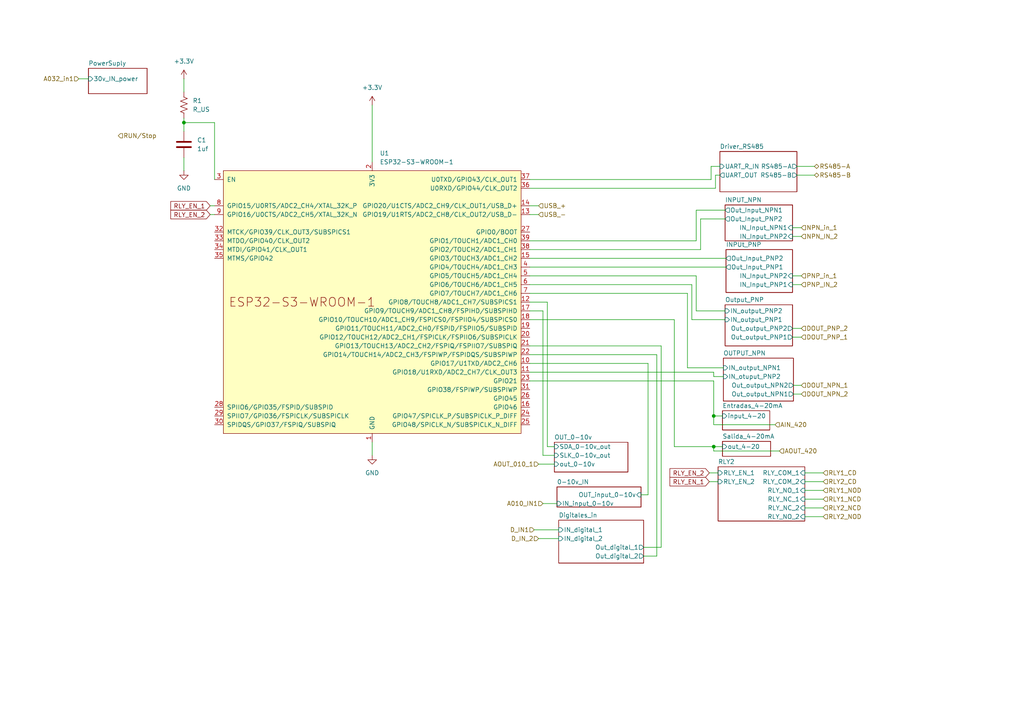
<source format=kicad_sch>
(kicad_sch
	(version 20250114)
	(generator "eeschema")
	(generator_version "9.0")
	(uuid "f979e933-804d-40be-b10f-ee25f17cf887")
	(paper "A4")
	(lib_symbols
		(symbol "Device:C"
			(pin_numbers
				(hide yes)
			)
			(pin_names
				(offset 0.254)
			)
			(exclude_from_sim no)
			(in_bom yes)
			(on_board yes)
			(property "Reference" "C"
				(at 0.635 2.54 0)
				(effects
					(font
						(size 1.27 1.27)
					)
					(justify left)
				)
			)
			(property "Value" "C"
				(at 0.635 -2.54 0)
				(effects
					(font
						(size 1.27 1.27)
					)
					(justify left)
				)
			)
			(property "Footprint" ""
				(at 0.9652 -3.81 0)
				(effects
					(font
						(size 1.27 1.27)
					)
					(hide yes)
				)
			)
			(property "Datasheet" "~"
				(at 0 0 0)
				(effects
					(font
						(size 1.27 1.27)
					)
					(hide yes)
				)
			)
			(property "Description" "Unpolarized capacitor"
				(at 0 0 0)
				(effects
					(font
						(size 1.27 1.27)
					)
					(hide yes)
				)
			)
			(property "ki_keywords" "cap capacitor"
				(at 0 0 0)
				(effects
					(font
						(size 1.27 1.27)
					)
					(hide yes)
				)
			)
			(property "ki_fp_filters" "C_*"
				(at 0 0 0)
				(effects
					(font
						(size 1.27 1.27)
					)
					(hide yes)
				)
			)
			(symbol "C_0_1"
				(polyline
					(pts
						(xy -2.032 0.762) (xy 2.032 0.762)
					)
					(stroke
						(width 0.508)
						(type default)
					)
					(fill
						(type none)
					)
				)
				(polyline
					(pts
						(xy -2.032 -0.762) (xy 2.032 -0.762)
					)
					(stroke
						(width 0.508)
						(type default)
					)
					(fill
						(type none)
					)
				)
			)
			(symbol "C_1_1"
				(pin passive line
					(at 0 3.81 270)
					(length 2.794)
					(name "~"
						(effects
							(font
								(size 1.27 1.27)
							)
						)
					)
					(number "1"
						(effects
							(font
								(size 1.27 1.27)
							)
						)
					)
				)
				(pin passive line
					(at 0 -3.81 90)
					(length 2.794)
					(name "~"
						(effects
							(font
								(size 1.27 1.27)
							)
						)
					)
					(number "2"
						(effects
							(font
								(size 1.27 1.27)
							)
						)
					)
				)
			)
			(embedded_fonts no)
		)
		(symbol "Device:R_US"
			(pin_numbers
				(hide yes)
			)
			(pin_names
				(offset 0)
			)
			(exclude_from_sim no)
			(in_bom yes)
			(on_board yes)
			(property "Reference" "R"
				(at 2.54 0 90)
				(effects
					(font
						(size 1.27 1.27)
					)
				)
			)
			(property "Value" "R_US"
				(at -2.54 0 90)
				(effects
					(font
						(size 1.27 1.27)
					)
				)
			)
			(property "Footprint" ""
				(at 1.016 -0.254 90)
				(effects
					(font
						(size 1.27 1.27)
					)
					(hide yes)
				)
			)
			(property "Datasheet" "~"
				(at 0 0 0)
				(effects
					(font
						(size 1.27 1.27)
					)
					(hide yes)
				)
			)
			(property "Description" "Resistor, US symbol"
				(at 0 0 0)
				(effects
					(font
						(size 1.27 1.27)
					)
					(hide yes)
				)
			)
			(property "ki_keywords" "R res resistor"
				(at 0 0 0)
				(effects
					(font
						(size 1.27 1.27)
					)
					(hide yes)
				)
			)
			(property "ki_fp_filters" "R_*"
				(at 0 0 0)
				(effects
					(font
						(size 1.27 1.27)
					)
					(hide yes)
				)
			)
			(symbol "R_US_0_1"
				(polyline
					(pts
						(xy 0 2.286) (xy 0 2.54)
					)
					(stroke
						(width 0)
						(type default)
					)
					(fill
						(type none)
					)
				)
				(polyline
					(pts
						(xy 0 2.286) (xy 1.016 1.905) (xy 0 1.524) (xy -1.016 1.143) (xy 0 0.762)
					)
					(stroke
						(width 0)
						(type default)
					)
					(fill
						(type none)
					)
				)
				(polyline
					(pts
						(xy 0 0.762) (xy 1.016 0.381) (xy 0 0) (xy -1.016 -0.381) (xy 0 -0.762)
					)
					(stroke
						(width 0)
						(type default)
					)
					(fill
						(type none)
					)
				)
				(polyline
					(pts
						(xy 0 -0.762) (xy 1.016 -1.143) (xy 0 -1.524) (xy -1.016 -1.905) (xy 0 -2.286)
					)
					(stroke
						(width 0)
						(type default)
					)
					(fill
						(type none)
					)
				)
				(polyline
					(pts
						(xy 0 -2.286) (xy 0 -2.54)
					)
					(stroke
						(width 0)
						(type default)
					)
					(fill
						(type none)
					)
				)
			)
			(symbol "R_US_1_1"
				(pin passive line
					(at 0 3.81 270)
					(length 1.27)
					(name "~"
						(effects
							(font
								(size 1.27 1.27)
							)
						)
					)
					(number "1"
						(effects
							(font
								(size 1.27 1.27)
							)
						)
					)
				)
				(pin passive line
					(at 0 -3.81 90)
					(length 1.27)
					(name "~"
						(effects
							(font
								(size 1.27 1.27)
							)
						)
					)
					(number "2"
						(effects
							(font
								(size 1.27 1.27)
							)
						)
					)
				)
			)
			(embedded_fonts no)
		)
		(symbol "PCM_Espressif:ESP32-S3-WROOM-1"
			(pin_names
				(offset 1.016)
			)
			(exclude_from_sim no)
			(in_bom yes)
			(on_board yes)
			(property "Reference" "U"
				(at -43.18 43.18 0)
				(effects
					(font
						(size 1.27 1.27)
					)
					(justify left)
				)
			)
			(property "Value" "ESP32-S3-WROOM-1"
				(at -43.18 40.64 0)
				(effects
					(font
						(size 1.27 1.27)
					)
					(justify left)
				)
			)
			(property "Footprint" "PCM_Espressif:ESP32-S3-WROOM-1"
				(at 2.54 -48.26 0)
				(effects
					(font
						(size 1.27 1.27)
					)
					(hide yes)
				)
			)
			(property "Datasheet" "https://www.espressif.com/sites/default/files/documentation/esp32-s3-wroom-1_wroom-1u_datasheet_en.pdf"
				(at 2.54 -50.8 0)
				(effects
					(font
						(size 1.27 1.27)
					)
					(hide yes)
				)
			)
			(property "Description" "2.4 GHz WiFi (802.11 b/g/n) and Bluetooth ® 5 (LE) module Built around ESP32S3 series of SoCs, Xtensa ® dualcore 32bit LX7 microprocessor Flash up to 16 MB, PSRAM up to 8 MB 36 GPIOs, rich set of peripherals Onboard PCB antenna"
				(at 0 0 0)
				(effects
					(font
						(size 1.27 1.27)
					)
					(hide yes)
				)
			)
			(symbol "ESP32-S3-WROOM-1_0_0"
				(text "ESP32-S3-WROOM-1"
					(at -20.32 0 0)
					(effects
						(font
							(size 2.54 2.54)
						)
					)
				)
				(pin input line
					(at -45.72 35.56 0)
					(length 2.54)
					(name "EN"
						(effects
							(font
								(size 1.27 1.27)
							)
						)
					)
					(number "3"
						(effects
							(font
								(size 1.27 1.27)
							)
						)
					)
				)
				(pin bidirectional line
					(at -45.72 27.94 0)
					(length 2.54)
					(name "GPIO15/U0RTS/ADC2_CH4/XTAL_32K_P"
						(effects
							(font
								(size 1.27 1.27)
							)
						)
					)
					(number "8"
						(effects
							(font
								(size 1.27 1.27)
							)
						)
					)
				)
				(pin bidirectional line
					(at -45.72 25.4 0)
					(length 2.54)
					(name "GPIO16/U0CTS/ADC2_CH5/XTAL_32K_N"
						(effects
							(font
								(size 1.27 1.27)
							)
						)
					)
					(number "9"
						(effects
							(font
								(size 1.27 1.27)
							)
						)
					)
				)
				(pin bidirectional line
					(at -45.72 20.32 0)
					(length 2.54)
					(name "MTCK/GPIO39/CLK_OUT3/SUBSPICS1"
						(effects
							(font
								(size 1.27 1.27)
							)
						)
					)
					(number "32"
						(effects
							(font
								(size 1.27 1.27)
							)
						)
					)
				)
				(pin bidirectional line
					(at -45.72 17.78 0)
					(length 2.54)
					(name "MTDO/GPIO40/CLK_OUT2"
						(effects
							(font
								(size 1.27 1.27)
							)
						)
					)
					(number "33"
						(effects
							(font
								(size 1.27 1.27)
							)
						)
					)
				)
				(pin bidirectional line
					(at -45.72 15.24 0)
					(length 2.54)
					(name "MTDI/GPIO41/CLK_OUT1"
						(effects
							(font
								(size 1.27 1.27)
							)
						)
					)
					(number "34"
						(effects
							(font
								(size 1.27 1.27)
							)
						)
					)
				)
				(pin bidirectional line
					(at -45.72 12.7 0)
					(length 2.54)
					(name "MTMS/GPIO42"
						(effects
							(font
								(size 1.27 1.27)
							)
						)
					)
					(number "35"
						(effects
							(font
								(size 1.27 1.27)
							)
						)
					)
				)
				(pin bidirectional line
					(at -45.72 -30.48 0)
					(length 2.54)
					(name "SPIIO6/GPIO35/FSPID/SUBSPID"
						(effects
							(font
								(size 1.27 1.27)
							)
						)
					)
					(number "28"
						(effects
							(font
								(size 1.27 1.27)
							)
						)
					)
				)
				(pin bidirectional line
					(at -45.72 -33.02 0)
					(length 2.54)
					(name "SPIIO7/GPIO36/FSPICLK/SUBSPICLK"
						(effects
							(font
								(size 1.27 1.27)
							)
						)
					)
					(number "29"
						(effects
							(font
								(size 1.27 1.27)
							)
						)
					)
				)
				(pin bidirectional line
					(at -45.72 -35.56 0)
					(length 2.54)
					(name "SPIDQS/GPIO37/FSPIQ/SUBSPIQ"
						(effects
							(font
								(size 1.27 1.27)
							)
						)
					)
					(number "30"
						(effects
							(font
								(size 1.27 1.27)
							)
						)
					)
				)
				(pin power_in line
					(at 0 40.64 270)
					(length 2.54)
					(name "3V3"
						(effects
							(font
								(size 1.27 1.27)
							)
						)
					)
					(number "2"
						(effects
							(font
								(size 1.27 1.27)
							)
						)
					)
				)
				(pin power_in line
					(at 0 -40.64 90)
					(length 2.54)
					(name "GND"
						(effects
							(font
								(size 1.27 1.27)
							)
						)
					)
					(number "1"
						(effects
							(font
								(size 1.27 1.27)
							)
						)
					)
				)
				(pin passive line
					(at 0 -40.64 90)
					(length 2.54)
					(hide yes)
					(name "GND"
						(effects
							(font
								(size 1.27 1.27)
							)
						)
					)
					(number "40"
						(effects
							(font
								(size 1.27 1.27)
							)
						)
					)
				)
				(pin passive line
					(at 0 -40.64 90)
					(length 2.54)
					(hide yes)
					(name "GND"
						(effects
							(font
								(size 1.27 1.27)
							)
						)
					)
					(number "41"
						(effects
							(font
								(size 1.27 1.27)
							)
						)
					)
				)
				(pin bidirectional line
					(at 45.72 35.56 180)
					(length 2.54)
					(name "U0TXD/GPIO43/CLK_OUT1"
						(effects
							(font
								(size 1.27 1.27)
							)
						)
					)
					(number "37"
						(effects
							(font
								(size 1.27 1.27)
							)
						)
					)
				)
				(pin bidirectional line
					(at 45.72 33.02 180)
					(length 2.54)
					(name "U0RXD/GPIO44/CLK_OUT2"
						(effects
							(font
								(size 1.27 1.27)
							)
						)
					)
					(number "36"
						(effects
							(font
								(size 1.27 1.27)
							)
						)
					)
				)
				(pin bidirectional line
					(at 45.72 27.94 180)
					(length 2.54)
					(name "GPIO20/U1CTS/ADC2_CH9/CLK_OUT1/USB_D+"
						(effects
							(font
								(size 1.27 1.27)
							)
						)
					)
					(number "14"
						(effects
							(font
								(size 1.27 1.27)
							)
						)
					)
				)
				(pin bidirectional line
					(at 45.72 25.4 180)
					(length 2.54)
					(name "GPIO19/U1RTS/ADC2_CH8/CLK_OUT2/USB_D-"
						(effects
							(font
								(size 1.27 1.27)
							)
						)
					)
					(number "13"
						(effects
							(font
								(size 1.27 1.27)
							)
						)
					)
				)
				(pin bidirectional line
					(at 45.72 20.32 180)
					(length 2.54)
					(name "GPIO0/BOOT"
						(effects
							(font
								(size 1.27 1.27)
							)
						)
					)
					(number "27"
						(effects
							(font
								(size 1.27 1.27)
							)
						)
					)
				)
				(pin bidirectional line
					(at 45.72 17.78 180)
					(length 2.54)
					(name "GPIO1/TOUCH1/ADC1_CH0"
						(effects
							(font
								(size 1.27 1.27)
							)
						)
					)
					(number "39"
						(effects
							(font
								(size 1.27 1.27)
							)
						)
					)
				)
				(pin bidirectional line
					(at 45.72 15.24 180)
					(length 2.54)
					(name "GPIO2/TOUCH2/ADC1_CH1"
						(effects
							(font
								(size 1.27 1.27)
							)
						)
					)
					(number "38"
						(effects
							(font
								(size 1.27 1.27)
							)
						)
					)
				)
				(pin bidirectional line
					(at 45.72 12.7 180)
					(length 2.54)
					(name "GPIO3/TOUCH3/ADC1_CH2"
						(effects
							(font
								(size 1.27 1.27)
							)
						)
					)
					(number "15"
						(effects
							(font
								(size 1.27 1.27)
							)
						)
					)
				)
				(pin bidirectional line
					(at 45.72 10.16 180)
					(length 2.54)
					(name "GPIO4/TOUCH4/ADC1_CH3"
						(effects
							(font
								(size 1.27 1.27)
							)
						)
					)
					(number "4"
						(effects
							(font
								(size 1.27 1.27)
							)
						)
					)
				)
				(pin bidirectional line
					(at 45.72 7.62 180)
					(length 2.54)
					(name "GPIO5/TOUCH5/ADC1_CH4"
						(effects
							(font
								(size 1.27 1.27)
							)
						)
					)
					(number "5"
						(effects
							(font
								(size 1.27 1.27)
							)
						)
					)
				)
				(pin bidirectional line
					(at 45.72 5.08 180)
					(length 2.54)
					(name "GPIO6/TOUCH6/ADC1_CH5"
						(effects
							(font
								(size 1.27 1.27)
							)
						)
					)
					(number "6"
						(effects
							(font
								(size 1.27 1.27)
							)
						)
					)
				)
				(pin bidirectional line
					(at 45.72 2.54 180)
					(length 2.54)
					(name "GPIO7/TOUCH7/ADC1_CH6"
						(effects
							(font
								(size 1.27 1.27)
							)
						)
					)
					(number "7"
						(effects
							(font
								(size 1.27 1.27)
							)
						)
					)
				)
				(pin bidirectional line
					(at 45.72 0 180)
					(length 2.54)
					(name "GPIO8/TOUCH8/ADC1_CH7/SUBSPICS1"
						(effects
							(font
								(size 1.27 1.27)
							)
						)
					)
					(number "12"
						(effects
							(font
								(size 1.27 1.27)
							)
						)
					)
				)
				(pin bidirectional line
					(at 45.72 -2.54 180)
					(length 2.54)
					(name "GPIO9/TOUCH9/ADC1_CH8/FSPIHD/SUBSPIHD"
						(effects
							(font
								(size 1.27 1.27)
							)
						)
					)
					(number "17"
						(effects
							(font
								(size 1.27 1.27)
							)
						)
					)
				)
				(pin bidirectional line
					(at 45.72 -5.08 180)
					(length 2.54)
					(name "GPIO10/TOUCH10/ADC1_CH9/FSPICS0/FSPIIO4/SUBSPICS0"
						(effects
							(font
								(size 1.27 1.27)
							)
						)
					)
					(number "18"
						(effects
							(font
								(size 1.27 1.27)
							)
						)
					)
				)
				(pin bidirectional line
					(at 45.72 -7.62 180)
					(length 2.54)
					(name "GPIO11/TOUCH11/ADC2_CH0/FSPID/FSPIIO5/SUBSPID"
						(effects
							(font
								(size 1.27 1.27)
							)
						)
					)
					(number "19"
						(effects
							(font
								(size 1.27 1.27)
							)
						)
					)
				)
				(pin bidirectional line
					(at 45.72 -10.16 180)
					(length 2.54)
					(name "GPIO12/TOUCH12/ADC2_CH1/FSPICLK/FSPIIO6/SUBSPICLK"
						(effects
							(font
								(size 1.27 1.27)
							)
						)
					)
					(number "20"
						(effects
							(font
								(size 1.27 1.27)
							)
						)
					)
				)
				(pin bidirectional line
					(at 45.72 -12.7 180)
					(length 2.54)
					(name "GPIO13/TOUCH13/ADC2_CH2/FSPIQ/FSPIIO7/SUBSPIQ"
						(effects
							(font
								(size 1.27 1.27)
							)
						)
					)
					(number "21"
						(effects
							(font
								(size 1.27 1.27)
							)
						)
					)
				)
				(pin bidirectional line
					(at 45.72 -15.24 180)
					(length 2.54)
					(name "GPIO14/TOUCH14/ADC2_CH3/FSPIWP/FSPIDQS/SUBSPIWP"
						(effects
							(font
								(size 1.27 1.27)
							)
						)
					)
					(number "22"
						(effects
							(font
								(size 1.27 1.27)
							)
						)
					)
				)
				(pin bidirectional line
					(at 45.72 -17.78 180)
					(length 2.54)
					(name "GPIO17/U1TXD/ADC2_CH6"
						(effects
							(font
								(size 1.27 1.27)
							)
						)
					)
					(number "10"
						(effects
							(font
								(size 1.27 1.27)
							)
						)
					)
				)
				(pin bidirectional line
					(at 45.72 -20.32 180)
					(length 2.54)
					(name "GPIO18/U1RXD/ADC2_CH7/CLK_OUT3"
						(effects
							(font
								(size 1.27 1.27)
							)
						)
					)
					(number "11"
						(effects
							(font
								(size 1.27 1.27)
							)
						)
					)
				)
				(pin bidirectional line
					(at 45.72 -22.86 180)
					(length 2.54)
					(name "GPIO21"
						(effects
							(font
								(size 1.27 1.27)
							)
						)
					)
					(number "23"
						(effects
							(font
								(size 1.27 1.27)
							)
						)
					)
				)
				(pin bidirectional line
					(at 45.72 -25.4 180)
					(length 2.54)
					(name "GPIO38/FSPIWP/SUBSPIWP"
						(effects
							(font
								(size 1.27 1.27)
							)
						)
					)
					(number "31"
						(effects
							(font
								(size 1.27 1.27)
							)
						)
					)
				)
				(pin bidirectional line
					(at 45.72 -27.94 180)
					(length 2.54)
					(name "GPIO45"
						(effects
							(font
								(size 1.27 1.27)
							)
						)
					)
					(number "26"
						(effects
							(font
								(size 1.27 1.27)
							)
						)
					)
				)
				(pin bidirectional line
					(at 45.72 -30.48 180)
					(length 2.54)
					(name "GPIO46"
						(effects
							(font
								(size 1.27 1.27)
							)
						)
					)
					(number "16"
						(effects
							(font
								(size 1.27 1.27)
							)
						)
					)
				)
				(pin bidirectional line
					(at 45.72 -33.02 180)
					(length 2.54)
					(name "GPIO47/SPICLK_P/SUBSPICLK_P_DIFF"
						(effects
							(font
								(size 1.27 1.27)
							)
						)
					)
					(number "24"
						(effects
							(font
								(size 1.27 1.27)
							)
						)
					)
				)
				(pin bidirectional line
					(at 45.72 -35.56 180)
					(length 2.54)
					(name "GPIO48/SPICLK_N/SUBSPICLK_N_DIFF"
						(effects
							(font
								(size 1.27 1.27)
							)
						)
					)
					(number "25"
						(effects
							(font
								(size 1.27 1.27)
							)
						)
					)
				)
			)
			(symbol "ESP32-S3-WROOM-1_0_1"
				(rectangle
					(start -43.18 38.1)
					(end 43.18 -38.1)
					(stroke
						(width 0)
						(type default)
					)
					(fill
						(type background)
					)
				)
			)
			(embedded_fonts no)
		)
		(symbol "power:+3.3V"
			(power)
			(pin_numbers
				(hide yes)
			)
			(pin_names
				(offset 0)
				(hide yes)
			)
			(exclude_from_sim no)
			(in_bom yes)
			(on_board yes)
			(property "Reference" "#PWR"
				(at 0 -3.81 0)
				(effects
					(font
						(size 1.27 1.27)
					)
					(hide yes)
				)
			)
			(property "Value" "+3.3V"
				(at 0 3.556 0)
				(effects
					(font
						(size 1.27 1.27)
					)
				)
			)
			(property "Footprint" ""
				(at 0 0 0)
				(effects
					(font
						(size 1.27 1.27)
					)
					(hide yes)
				)
			)
			(property "Datasheet" ""
				(at 0 0 0)
				(effects
					(font
						(size 1.27 1.27)
					)
					(hide yes)
				)
			)
			(property "Description" "Power symbol creates a global label with name \"+3.3V\""
				(at 0 0 0)
				(effects
					(font
						(size 1.27 1.27)
					)
					(hide yes)
				)
			)
			(property "ki_keywords" "global power"
				(at 0 0 0)
				(effects
					(font
						(size 1.27 1.27)
					)
					(hide yes)
				)
			)
			(symbol "+3.3V_0_1"
				(polyline
					(pts
						(xy -0.762 1.27) (xy 0 2.54)
					)
					(stroke
						(width 0)
						(type default)
					)
					(fill
						(type none)
					)
				)
				(polyline
					(pts
						(xy 0 2.54) (xy 0.762 1.27)
					)
					(stroke
						(width 0)
						(type default)
					)
					(fill
						(type none)
					)
				)
				(polyline
					(pts
						(xy 0 0) (xy 0 2.54)
					)
					(stroke
						(width 0)
						(type default)
					)
					(fill
						(type none)
					)
				)
			)
			(symbol "+3.3V_1_1"
				(pin power_in line
					(at 0 0 90)
					(length 0)
					(name "~"
						(effects
							(font
								(size 1.27 1.27)
							)
						)
					)
					(number "1"
						(effects
							(font
								(size 1.27 1.27)
							)
						)
					)
				)
			)
			(embedded_fonts no)
		)
		(symbol "power:GND"
			(power)
			(pin_numbers
				(hide yes)
			)
			(pin_names
				(offset 0)
				(hide yes)
			)
			(exclude_from_sim no)
			(in_bom yes)
			(on_board yes)
			(property "Reference" "#PWR"
				(at 0 -6.35 0)
				(effects
					(font
						(size 1.27 1.27)
					)
					(hide yes)
				)
			)
			(property "Value" "GND"
				(at 0 -3.81 0)
				(effects
					(font
						(size 1.27 1.27)
					)
				)
			)
			(property "Footprint" ""
				(at 0 0 0)
				(effects
					(font
						(size 1.27 1.27)
					)
					(hide yes)
				)
			)
			(property "Datasheet" ""
				(at 0 0 0)
				(effects
					(font
						(size 1.27 1.27)
					)
					(hide yes)
				)
			)
			(property "Description" "Power symbol creates a global label with name \"GND\" , ground"
				(at 0 0 0)
				(effects
					(font
						(size 1.27 1.27)
					)
					(hide yes)
				)
			)
			(property "ki_keywords" "global power"
				(at 0 0 0)
				(effects
					(font
						(size 1.27 1.27)
					)
					(hide yes)
				)
			)
			(symbol "GND_0_1"
				(polyline
					(pts
						(xy 0 0) (xy 0 -1.27) (xy 1.27 -1.27) (xy 0 -2.54) (xy -1.27 -1.27) (xy 0 -1.27)
					)
					(stroke
						(width 0)
						(type default)
					)
					(fill
						(type none)
					)
				)
			)
			(symbol "GND_1_1"
				(pin power_in line
					(at 0 0 270)
					(length 0)
					(name "~"
						(effects
							(font
								(size 1.27 1.27)
							)
						)
					)
					(number "1"
						(effects
							(font
								(size 1.27 1.27)
							)
						)
					)
				)
			)
			(embedded_fonts no)
		)
	)
	(junction
		(at 53.34 35.56)
		(diameter 0)
		(color 0 0 0 0)
		(uuid "01513719-d812-49cc-9465-2d2668fdd495")
	)
	(junction
		(at 207.01 120.65)
		(diameter 0)
		(color 0 0 0 0)
		(uuid "5308cc64-21b9-4668-87ff-c12ca18112e9")
	)
	(junction
		(at 207.01 129.54)
		(diameter 0)
		(color 0 0 0 0)
		(uuid "b7969b88-151e-441e-aa65-8a19b44d9e2a")
	)
	(wire
		(pts
			(xy 207.01 110.49) (xy 207.01 120.65)
		)
		(stroke
			(width 0)
			(type default)
		)
		(uuid "05908759-6b62-4b5b-b395-78d8526e9fe4")
	)
	(wire
		(pts
			(xy 153.67 107.95) (xy 207.01 107.95)
		)
		(stroke
			(width 0)
			(type default)
		)
		(uuid "0c6272c9-d99a-4fce-93cc-01e201d47b02")
	)
	(wire
		(pts
			(xy 233.426 137.16) (xy 238.76 137.16)
		)
		(stroke
			(width 0)
			(type default)
		)
		(uuid "0e60d6f7-f0da-41db-825d-dc8deee929cb")
	)
	(wire
		(pts
			(xy 229.87 95.25) (xy 232.41 95.25)
		)
		(stroke
			(width 0)
			(type default)
		)
		(uuid "102e55ca-8e05-4ca7-b076-987fed25f689")
	)
	(wire
		(pts
			(xy 153.67 85.09) (xy 199.39 85.09)
		)
		(stroke
			(width 0)
			(type default)
		)
		(uuid "1922a629-7c2e-4083-8727-07524c06a8f1")
	)
	(wire
		(pts
			(xy 206.248 52.07) (xy 153.67 52.07)
		)
		(stroke
			(width 0)
			(type default)
		)
		(uuid "1927ae79-1436-43f4-8f6a-4591e3facf5d")
	)
	(wire
		(pts
			(xy 158.75 129.54) (xy 160.782 129.54)
		)
		(stroke
			(width 0)
			(type default)
		)
		(uuid "19665441-8536-4a6b-8c26-0ddc58f972ec")
	)
	(wire
		(pts
			(xy 153.67 90.17) (xy 157.48 90.17)
		)
		(stroke
			(width 0)
			(type default)
		)
		(uuid "1be64f9a-c22b-4463-92d2-49cf2c5a0bf4")
	)
	(wire
		(pts
			(xy 229.87 66.04) (xy 232.41 66.04)
		)
		(stroke
			(width 0)
			(type default)
		)
		(uuid "234d3f82-99af-44a0-8c9e-c88110707db4")
	)
	(wire
		(pts
			(xy 200.66 92.71) (xy 200.66 82.55)
		)
		(stroke
			(width 0)
			(type default)
		)
		(uuid "2781d7a4-b22d-44b0-9562-21274095d02f")
	)
	(wire
		(pts
			(xy 224.79 123.19) (xy 207.01 123.19)
		)
		(stroke
			(width 0)
			(type default)
		)
		(uuid "27a83129-0b06-4ac3-ba6a-164607a69efb")
	)
	(wire
		(pts
			(xy 201.93 60.96) (xy 201.93 69.85)
		)
		(stroke
			(width 0)
			(type default)
		)
		(uuid "295cd8c4-4a64-4a91-9359-bf3198c73ab6")
	)
	(wire
		(pts
			(xy 186.69 158.75) (xy 191.77 158.75)
		)
		(stroke
			(width 0)
			(type default)
		)
		(uuid "2a93b850-1a03-44c9-87ad-74a5479fd03f")
	)
	(wire
		(pts
			(xy 53.34 35.56) (xy 53.34 38.1)
		)
		(stroke
			(width 0)
			(type default)
		)
		(uuid "2e0fc321-bff8-4ed3-8e93-efe14ebebe5b")
	)
	(wire
		(pts
			(xy 62.23 35.56) (xy 53.34 35.56)
		)
		(stroke
			(width 0)
			(type default)
		)
		(uuid "318da6d4-a220-4367-8d3a-e21822e3f5ae")
	)
	(wire
		(pts
			(xy 201.93 80.01) (xy 153.67 80.01)
		)
		(stroke
			(width 0)
			(type default)
		)
		(uuid "3341c7d3-63f8-4f46-a55d-d0537126f584")
	)
	(wire
		(pts
			(xy 203.2 63.5) (xy 210.312 63.5)
		)
		(stroke
			(width 0)
			(type default)
		)
		(uuid "335bc77d-8ad8-4ab9-8a7c-7eed65b16efa")
	)
	(wire
		(pts
			(xy 230.124 114.3) (xy 232.41 114.3)
		)
		(stroke
			(width 0)
			(type default)
		)
		(uuid "35ff120d-430c-4f54-945f-41b20fe4de1b")
	)
	(wire
		(pts
			(xy 207.01 107.95) (xy 207.01 109.22)
		)
		(stroke
			(width 0)
			(type default)
		)
		(uuid "3bffa7ac-08e9-4e7e-8f33-268c18209735")
	)
	(wire
		(pts
			(xy 229.87 80.01) (xy 232.41 80.01)
		)
		(stroke
			(width 0)
			(type default)
		)
		(uuid "3ee12d29-7e93-4a25-862c-1194a99424b4")
	)
	(wire
		(pts
			(xy 231.14 50.8) (xy 236.22 50.8)
		)
		(stroke
			(width 0)
			(type default)
		)
		(uuid "40fc9187-d40f-47bc-ad01-8fbbf90b94e4")
	)
	(wire
		(pts
			(xy 206.248 48.26) (xy 206.248 52.07)
		)
		(stroke
			(width 0)
			(type default)
		)
		(uuid "42c3c870-e88a-4c66-8d3b-ca365527bcda")
	)
	(wire
		(pts
			(xy 187.96 105.41) (xy 187.96 143.51)
		)
		(stroke
			(width 0)
			(type default)
		)
		(uuid "43f181b2-638c-48c2-940c-195ab56b731c")
	)
	(wire
		(pts
			(xy 153.67 102.87) (xy 190.5 102.87)
		)
		(stroke
			(width 0)
			(type default)
		)
		(uuid "4bdf7e28-dc4d-4a32-aea7-fb3d516a205b")
	)
	(wire
		(pts
			(xy 201.93 69.85) (xy 153.67 69.85)
		)
		(stroke
			(width 0)
			(type default)
		)
		(uuid "4ccc2253-a114-40b5-b48e-75acd6c8a2c7")
	)
	(wire
		(pts
			(xy 107.95 128.27) (xy 107.95 132.08)
		)
		(stroke
			(width 0)
			(type default)
		)
		(uuid "4eb08ed6-8c24-4c4d-baed-773f9ff4d738")
	)
	(wire
		(pts
			(xy 186.69 161.29) (xy 190.5 161.29)
		)
		(stroke
			(width 0)
			(type default)
		)
		(uuid "52e396f4-364e-41ba-9ae7-81415f4edd88")
	)
	(wire
		(pts
			(xy 153.67 62.23) (xy 156.21 62.23)
		)
		(stroke
			(width 0)
			(type default)
		)
		(uuid "5343a360-2ec8-456f-b8dc-980e0dd47de6")
	)
	(wire
		(pts
			(xy 210.312 92.71) (xy 200.66 92.71)
		)
		(stroke
			(width 0)
			(type default)
		)
		(uuid "567b0e39-f591-4d54-b845-764ee36a7456")
	)
	(wire
		(pts
			(xy 207.518 50.8) (xy 207.518 54.61)
		)
		(stroke
			(width 0)
			(type default)
		)
		(uuid "5b345242-537d-4c96-bedb-1937739d7b31")
	)
	(wire
		(pts
			(xy 153.67 59.69) (xy 156.21 59.69)
		)
		(stroke
			(width 0)
			(type default)
		)
		(uuid "628c5f41-7b48-4962-95c2-2248ad00877a")
	)
	(wire
		(pts
			(xy 153.67 100.33) (xy 191.77 100.33)
		)
		(stroke
			(width 0)
			(type default)
		)
		(uuid "63c3f159-63a2-4f5f-b54e-acdca4685a3c")
	)
	(wire
		(pts
			(xy 231.14 48.26) (xy 236.22 48.26)
		)
		(stroke
			(width 0)
			(type default)
		)
		(uuid "63f1047b-4ee6-4a6a-9105-5550ca1e55b6")
	)
	(wire
		(pts
			(xy 229.87 82.55) (xy 232.41 82.55)
		)
		(stroke
			(width 0)
			(type default)
		)
		(uuid "640936f4-91da-441d-952c-c33f79188925")
	)
	(wire
		(pts
			(xy 205.74 137.16) (xy 208.28 137.16)
		)
		(stroke
			(width 0)
			(type default)
		)
		(uuid "696fab93-3bec-44f6-856e-360fe43fa0bf")
	)
	(wire
		(pts
			(xy 157.48 90.17) (xy 157.48 132.08)
		)
		(stroke
			(width 0)
			(type default)
		)
		(uuid "6d0d5494-5c96-4605-9f3a-2fb270864656")
	)
	(wire
		(pts
			(xy 207.01 120.65) (xy 209.55 120.65)
		)
		(stroke
			(width 0)
			(type default)
		)
		(uuid "791ea754-2229-4162-afa5-4af9422ceacb")
	)
	(wire
		(pts
			(xy 185.928 143.51) (xy 187.96 143.51)
		)
		(stroke
			(width 0)
			(type default)
		)
		(uuid "79218f34-3269-4c19-a5f8-7c912e629539")
	)
	(wire
		(pts
			(xy 195.58 129.54) (xy 207.01 129.54)
		)
		(stroke
			(width 0)
			(type default)
		)
		(uuid "7a5dc476-9810-47da-b77b-1143f7f4dc48")
	)
	(wire
		(pts
			(xy 53.34 34.29) (xy 53.34 35.56)
		)
		(stroke
			(width 0)
			(type default)
		)
		(uuid "7d319066-2b07-43b0-a884-349d6c60acd3")
	)
	(wire
		(pts
			(xy 60.96 59.69) (xy 62.23 59.69)
		)
		(stroke
			(width 0)
			(type default)
		)
		(uuid "80c59d40-cee6-4d81-8225-59c1d7761be3")
	)
	(wire
		(pts
			(xy 229.87 97.79) (xy 232.41 97.79)
		)
		(stroke
			(width 0)
			(type default)
		)
		(uuid "8a466ad3-dab2-4d85-93cb-b39b37fe6118")
	)
	(wire
		(pts
			(xy 226.06 130.81) (xy 207.01 130.81)
		)
		(stroke
			(width 0)
			(type default)
		)
		(uuid "8b4474d1-d0a5-44d7-8b68-5fa256da9e87")
	)
	(wire
		(pts
			(xy 207.518 54.61) (xy 153.67 54.61)
		)
		(stroke
			(width 0)
			(type default)
		)
		(uuid "8c2868d1-f7dc-48f9-ad8e-3f600baef9cb")
	)
	(wire
		(pts
			(xy 205.74 139.7) (xy 208.28 139.7)
		)
		(stroke
			(width 0)
			(type default)
		)
		(uuid "8cad66ca-1ea4-48e7-a90e-983d8bc9dbba")
	)
	(wire
		(pts
			(xy 201.93 90.17) (xy 201.93 80.01)
		)
		(stroke
			(width 0)
			(type default)
		)
		(uuid "8e1b3e5f-2ee3-4117-96a7-061a58aa7bcd")
	)
	(wire
		(pts
			(xy 206.248 48.26) (xy 208.788 48.26)
		)
		(stroke
			(width 0)
			(type default)
		)
		(uuid "90aa7146-03f4-4abc-8dfa-ae4f7c858fb4")
	)
	(wire
		(pts
			(xy 154.94 153.67) (xy 162.052 153.67)
		)
		(stroke
			(width 0)
			(type default)
		)
		(uuid "91b0ef0a-cfa6-44b0-aeff-f9533c5dd134")
	)
	(wire
		(pts
			(xy 153.67 110.49) (xy 207.01 110.49)
		)
		(stroke
			(width 0)
			(type default)
		)
		(uuid "9c5da71b-7051-46d6-9884-caf3bb8f7a97")
	)
	(wire
		(pts
			(xy 230.124 111.76) (xy 232.41 111.76)
		)
		(stroke
			(width 0)
			(type default)
		)
		(uuid "9f8bafe3-9007-41ee-a227-a7df4d55b576")
	)
	(wire
		(pts
			(xy 200.66 82.55) (xy 153.67 82.55)
		)
		(stroke
			(width 0)
			(type default)
		)
		(uuid "a1102e61-5e35-49dc-af1d-7edaf627cacd")
	)
	(wire
		(pts
			(xy 190.5 102.87) (xy 190.5 161.29)
		)
		(stroke
			(width 0)
			(type default)
		)
		(uuid "a169a2be-6747-4188-9af0-7fd2e875f6f7")
	)
	(wire
		(pts
			(xy 207.01 109.22) (xy 209.804 109.22)
		)
		(stroke
			(width 0)
			(type default)
		)
		(uuid "a2862150-338c-47c7-9b32-11bab0451960")
	)
	(wire
		(pts
			(xy 233.426 147.32) (xy 238.76 147.32)
		)
		(stroke
			(width 0)
			(type default)
		)
		(uuid "a2887a1c-653c-403c-bd21-2bbbbff75956")
	)
	(wire
		(pts
			(xy 156.21 156.21) (xy 162.052 156.21)
		)
		(stroke
			(width 0)
			(type default)
		)
		(uuid "a51acdf9-610e-4d48-95fb-4bfef75452ec")
	)
	(wire
		(pts
			(xy 207.01 129.54) (xy 209.55 129.54)
		)
		(stroke
			(width 0)
			(type default)
		)
		(uuid "a6bed8c4-c9ff-4a2c-bc0a-a20f0cd5caf0")
	)
	(wire
		(pts
			(xy 153.67 74.93) (xy 210.566 74.93)
		)
		(stroke
			(width 0)
			(type default)
		)
		(uuid "a8fe78b6-d8dd-46e2-8d4d-f573b6ec5814")
	)
	(wire
		(pts
			(xy 201.93 60.96) (xy 210.312 60.96)
		)
		(stroke
			(width 0)
			(type default)
		)
		(uuid "aa3edca7-c2b5-42b6-b085-e09b29b37e14")
	)
	(wire
		(pts
			(xy 210.312 90.17) (xy 201.93 90.17)
		)
		(stroke
			(width 0)
			(type default)
		)
		(uuid "aa615fab-590b-4cec-ba06-88e68bb8a5f0")
	)
	(wire
		(pts
			(xy 207.01 130.81) (xy 207.01 129.54)
		)
		(stroke
			(width 0)
			(type default)
		)
		(uuid "ab06eab2-df19-4dce-b9f1-8a6de1725039")
	)
	(wire
		(pts
			(xy 191.77 100.33) (xy 191.77 158.75)
		)
		(stroke
			(width 0)
			(type default)
		)
		(uuid "ab31a462-68cd-4182-b7e3-8198bc806489")
	)
	(wire
		(pts
			(xy 153.67 105.41) (xy 187.96 105.41)
		)
		(stroke
			(width 0)
			(type default)
		)
		(uuid "b00f1696-fa44-41d4-9fc7-378e246c1888")
	)
	(wire
		(pts
			(xy 233.426 139.7) (xy 238.76 139.7)
		)
		(stroke
			(width 0)
			(type default)
		)
		(uuid "b11260f0-96e9-42f5-a59e-38370136f417")
	)
	(wire
		(pts
			(xy 229.87 68.58) (xy 232.41 68.58)
		)
		(stroke
			(width 0)
			(type default)
		)
		(uuid "b3c3a74c-7e3e-4866-9dc4-bfb59e2d4a12")
	)
	(wire
		(pts
			(xy 158.75 87.63) (xy 158.75 129.54)
		)
		(stroke
			(width 0)
			(type default)
		)
		(uuid "b5299d18-7759-471f-804b-449941f1f49d")
	)
	(wire
		(pts
			(xy 207.518 50.8) (xy 208.788 50.8)
		)
		(stroke
			(width 0)
			(type default)
		)
		(uuid "b90fdd3b-741e-41e3-854b-4b3b429e0188")
	)
	(wire
		(pts
			(xy 233.426 144.78) (xy 238.76 144.78)
		)
		(stroke
			(width 0)
			(type default)
		)
		(uuid "b916bcac-3221-494c-ad71-d5f69021ad41")
	)
	(wire
		(pts
			(xy 233.426 149.86) (xy 238.76 149.86)
		)
		(stroke
			(width 0)
			(type default)
		)
		(uuid "bd6267a7-f16a-4c12-b51a-d58a963d5dae")
	)
	(wire
		(pts
			(xy 203.2 72.39) (xy 153.67 72.39)
		)
		(stroke
			(width 0)
			(type default)
		)
		(uuid "bfe79a99-e5c5-404a-b8b4-b204553e3fbe")
	)
	(wire
		(pts
			(xy 22.86 22.86) (xy 25.654 22.86)
		)
		(stroke
			(width 0)
			(type default)
		)
		(uuid "cf8ccb86-245d-482c-b964-6234301726ff")
	)
	(wire
		(pts
			(xy 207.01 120.65) (xy 207.01 123.19)
		)
		(stroke
			(width 0)
			(type default)
		)
		(uuid "d201eda6-f2cf-4669-bb70-b970506e6efa")
	)
	(wire
		(pts
			(xy 156.21 134.62) (xy 160.782 134.62)
		)
		(stroke
			(width 0)
			(type default)
		)
		(uuid "d2b03a64-4da5-4e01-89eb-ee54c76d6877")
	)
	(wire
		(pts
			(xy 53.34 22.86) (xy 53.34 26.67)
		)
		(stroke
			(width 0)
			(type default)
		)
		(uuid "d380735d-19fc-4ce9-bdfd-713e74c5d0cf")
	)
	(wire
		(pts
			(xy 233.426 142.24) (xy 238.76 142.24)
		)
		(stroke
			(width 0)
			(type default)
		)
		(uuid "d3b11e78-a927-45fe-a928-3d9cdc636172")
	)
	(wire
		(pts
			(xy 153.67 92.71) (xy 195.58 92.71)
		)
		(stroke
			(width 0)
			(type default)
		)
		(uuid "d7c6b745-08a3-4cc8-95b3-e5a9017738bf")
	)
	(wire
		(pts
			(xy 195.58 92.71) (xy 195.58 129.54)
		)
		(stroke
			(width 0)
			(type default)
		)
		(uuid "d883a385-6a4d-4083-8c15-394ff563bf9c")
	)
	(wire
		(pts
			(xy 153.67 77.47) (xy 210.566 77.47)
		)
		(stroke
			(width 0)
			(type default)
		)
		(uuid "dba03206-e06e-42a1-b1fa-4acf8995c970")
	)
	(wire
		(pts
			(xy 199.39 85.09) (xy 199.39 106.68)
		)
		(stroke
			(width 0)
			(type default)
		)
		(uuid "e2c4b174-4675-4c23-a0b9-9a4fb7d6e769")
	)
	(wire
		(pts
			(xy 153.67 87.63) (xy 158.75 87.63)
		)
		(stroke
			(width 0)
			(type default)
		)
		(uuid "e5ef4db0-8559-4a6b-9c5b-8fade6e9dc3e")
	)
	(wire
		(pts
			(xy 62.23 35.56) (xy 62.23 52.07)
		)
		(stroke
			(width 0)
			(type default)
		)
		(uuid "f6064ca8-4004-4d7e-94f6-905af36ad6d6")
	)
	(wire
		(pts
			(xy 107.95 30.48) (xy 107.95 46.99)
		)
		(stroke
			(width 0)
			(type default)
		)
		(uuid "f61dc268-1fae-4d62-aa55-74c9e86fdfc8")
	)
	(wire
		(pts
			(xy 203.2 63.5) (xy 203.2 72.39)
		)
		(stroke
			(width 0)
			(type default)
		)
		(uuid "f6af3981-a68d-4e42-8d51-fc562b89c283")
	)
	(wire
		(pts
			(xy 199.39 106.68) (xy 209.804 106.68)
		)
		(stroke
			(width 0)
			(type default)
		)
		(uuid "f89f9cf8-7d3f-4346-bc69-5feea7474e38")
	)
	(wire
		(pts
			(xy 157.48 132.08) (xy 160.782 132.08)
		)
		(stroke
			(width 0)
			(type default)
		)
		(uuid "f8d1d7c8-f154-455b-af60-79eca350d9a0")
	)
	(wire
		(pts
			(xy 60.96 62.23) (xy 62.23 62.23)
		)
		(stroke
			(width 0)
			(type default)
		)
		(uuid "f9356780-74fc-43f4-8b17-348e4450b11a")
	)
	(wire
		(pts
			(xy 157.48 146.05) (xy 161.544 146.05)
		)
		(stroke
			(width 0)
			(type default)
		)
		(uuid "fd9fb620-80cd-4b89-bc89-8445b53534b8")
	)
	(wire
		(pts
			(xy 53.34 45.72) (xy 53.34 49.53)
		)
		(stroke
			(width 0)
			(type default)
		)
		(uuid "ff29c954-f625-462f-b1c9-92c7bb0670c3")
	)
	(global_label "RLY_EN_2"
		(shape input)
		(at 205.74 137.16 180)
		(fields_autoplaced yes)
		(effects
			(font
				(size 1.27 1.27)
			)
			(justify right)
		)
		(uuid "3c6ace3b-5272-4032-8db9-b3846b04d450")
		(property "Intersheetrefs" "${INTERSHEET_REFS}"
			(at 193.7439 137.16 0)
			(effects
				(font
					(size 1.27 1.27)
				)
				(justify right)
				(hide yes)
			)
		)
	)
	(global_label "RLY_EN_2"
		(shape input)
		(at 60.96 62.23 180)
		(fields_autoplaced yes)
		(effects
			(font
				(size 1.27 1.27)
			)
			(justify right)
		)
		(uuid "7f12e297-dcc4-4244-bd52-3814c5a2c11c")
		(property "Intersheetrefs" "${INTERSHEET_REFS}"
			(at 48.9639 62.23 0)
			(effects
				(font
					(size 1.27 1.27)
				)
				(justify right)
				(hide yes)
			)
		)
	)
	(global_label "RLY_EN_1"
		(shape input)
		(at 205.74 139.7 180)
		(fields_autoplaced yes)
		(effects
			(font
				(size 1.27 1.27)
			)
			(justify right)
		)
		(uuid "8b34456d-9eb3-498e-bf6b-be8f3a947eb1")
		(property "Intersheetrefs" "${INTERSHEET_REFS}"
			(at 193.7439 139.7 0)
			(effects
				(font
					(size 1.27 1.27)
				)
				(justify right)
				(hide yes)
			)
		)
	)
	(global_label "RLY_EN_1"
		(shape input)
		(at 60.96 59.69 180)
		(fields_autoplaced yes)
		(effects
			(font
				(size 1.27 1.27)
			)
			(justify right)
		)
		(uuid "b0643c1d-4a86-475d-a74a-a23fd1bd03cc")
		(property "Intersheetrefs" "${INTERSHEET_REFS}"
			(at 48.9639 59.69 0)
			(effects
				(font
					(size 1.27 1.27)
				)
				(justify right)
				(hide yes)
			)
		)
	)
	(hierarchical_label "RLY2_NOD"
		(shape input)
		(at 238.76 149.86 0)
		(effects
			(font
				(size 1.27 1.27)
			)
			(justify left)
		)
		(uuid "099ac942-290a-4a68-814d-dc8dbba99426")
	)
	(hierarchical_label "NPN_IN_2"
		(shape input)
		(at 232.41 68.58 0)
		(effects
			(font
				(size 1.27 1.27)
			)
			(justify left)
		)
		(uuid "1ee5c69a-b015-41df-be59-8ddc6d85a615")
	)
	(hierarchical_label "PNP_in_1"
		(shape input)
		(at 232.41 80.01 0)
		(effects
			(font
				(size 1.27 1.27)
			)
			(justify left)
		)
		(uuid "20c03749-a70a-4443-b948-2e8edae2217b")
	)
	(hierarchical_label "AOUT_420"
		(shape input)
		(at 226.06 130.81 0)
		(effects
			(font
				(size 1.27 1.27)
			)
			(justify left)
		)
		(uuid "392037da-b333-43c2-94ba-2a4c592923d9")
	)
	(hierarchical_label "RLY1_NOD"
		(shape input)
		(at 238.76 142.24 0)
		(effects
			(font
				(size 1.27 1.27)
			)
			(justify left)
		)
		(uuid "3dca6143-7f21-4a49-9de0-4f37b244daec")
	)
	(hierarchical_label "USB_-"
		(shape input)
		(at 156.21 62.23 0)
		(effects
			(font
				(size 1.27 1.27)
			)
			(justify left)
		)
		(uuid "3e74ec81-c8b3-40c3-a32e-25c5bc04f0f3")
	)
	(hierarchical_label "DOUT_NPN_2"
		(shape input)
		(at 232.41 114.3 0)
		(effects
			(font
				(size 1.27 1.27)
			)
			(justify left)
		)
		(uuid "3f4bbd3e-9ad0-4261-9aa3-062375993cf8")
	)
	(hierarchical_label "AIN_420"
		(shape input)
		(at 224.79 123.19 0)
		(effects
			(font
				(size 1.27 1.27)
			)
			(justify left)
		)
		(uuid "43fedcf7-2aa7-41e9-b487-fd9a12595414")
	)
	(hierarchical_label "A010_IN1"
		(shape input)
		(at 157.48 146.05 180)
		(effects
			(font
				(size 1.27 1.27)
			)
			(justify right)
		)
		(uuid "48a9a51a-5fde-400d-8fe7-1c26b9f62bbb")
	)
	(hierarchical_label "PNP_IN_2"
		(shape input)
		(at 232.41 82.55 0)
		(effects
			(font
				(size 1.27 1.27)
			)
			(justify left)
		)
		(uuid "50463eae-b867-4d69-9683-9a69d7adc745")
	)
	(hierarchical_label "RLY1_CD"
		(shape input)
		(at 238.76 137.16 0)
		(effects
			(font
				(size 1.27 1.27)
			)
			(justify left)
		)
		(uuid "582b1dd8-c9a8-4097-8efc-ef8226e36526")
	)
	(hierarchical_label "AOUT_010_1"
		(shape input)
		(at 156.21 134.62 180)
		(effects
			(font
				(size 1.27 1.27)
			)
			(justify right)
		)
		(uuid "5e1d91ae-0a93-4e69-aa8f-118fcc17a1cd")
	)
	(hierarchical_label "RLY2_NCD"
		(shape input)
		(at 238.76 147.32 0)
		(effects
			(font
				(size 1.27 1.27)
			)
			(justify left)
		)
		(uuid "70e393c0-3f85-4ff7-a695-6c3f82ed9a74")
	)
	(hierarchical_label "DOUT_PNP_1"
		(shape input)
		(at 232.41 97.79 0)
		(effects
			(font
				(size 1.27 1.27)
			)
			(justify left)
		)
		(uuid "7b1637be-bb42-4f9d-a8ca-65cba31dd700")
	)
	(hierarchical_label "RLY2_CD"
		(shape input)
		(at 238.76 139.7 0)
		(effects
			(font
				(size 1.27 1.27)
			)
			(justify left)
		)
		(uuid "7b6a6679-e39c-4953-bf2e-388a44510923")
	)
	(hierarchical_label "USB_+"
		(shape input)
		(at 156.21 59.69 0)
		(effects
			(font
				(size 1.27 1.27)
			)
			(justify left)
		)
		(uuid "852a492a-741d-40c9-98c7-e35153465d98")
	)
	(hierarchical_label "NPN_in_1"
		(shape input)
		(at 232.41 66.04 0)
		(effects
			(font
				(size 1.27 1.27)
			)
			(justify left)
		)
		(uuid "93989989-bb95-4029-88cf-87f0ea820de4")
	)
	(hierarchical_label "DOUT_NPN_1"
		(shape input)
		(at 232.41 111.76 0)
		(effects
			(font
				(size 1.27 1.27)
			)
			(justify left)
		)
		(uuid "a5f5c4ae-e0ed-4603-ae1d-9f5e0fbc62aa")
	)
	(hierarchical_label "D_IN_2"
		(shape input)
		(at 156.21 156.21 180)
		(effects
			(font
				(size 1.27 1.27)
			)
			(justify right)
		)
		(uuid "b7f2e79f-34e4-4b89-97bc-821937adc99e")
	)
	(hierarchical_label "RS485-B"
		(shape bidirectional)
		(at 236.22 50.8 0)
		(effects
			(font
				(size 1.27 1.27)
			)
			(justify left)
		)
		(uuid "c15842f1-35db-4a82-97d9-eccbebaad8cd")
	)
	(hierarchical_label "RS485-A"
		(shape bidirectional)
		(at 236.22 48.26 0)
		(effects
			(font
				(size 1.27 1.27)
			)
			(justify left)
		)
		(uuid "cf7f089c-fcd0-485e-8f81-c679301c98bf")
	)
	(hierarchical_label "RLY1_NCD"
		(shape input)
		(at 238.76 144.78 0)
		(effects
			(font
				(size 1.27 1.27)
			)
			(justify left)
		)
		(uuid "ddb64c92-1289-4d4a-acdc-50917926cbb6")
	)
	(hierarchical_label "DOUT_PNP_2"
		(shape input)
		(at 232.41 95.25 0)
		(effects
			(font
				(size 1.27 1.27)
			)
			(justify left)
		)
		(uuid "df395101-a4bb-4689-bcae-73fd8669f71a")
	)
	(hierarchical_label "A032_in1"
		(shape input)
		(at 22.86 22.86 180)
		(effects
			(font
				(size 1.27 1.27)
			)
			(justify right)
		)
		(uuid "e0260041-d159-4385-b8e4-625e9e26e56c")
	)
	(hierarchical_label "RUN{slash}Stop"
		(shape input)
		(at 34.29 39.37 0)
		(effects
			(font
				(size 1.27 1.27)
			)
			(justify left)
		)
		(uuid "e1bf6dbe-7e91-46a3-a230-70700fa86de0")
	)
	(hierarchical_label "D_IN1"
		(shape input)
		(at 154.94 153.67 180)
		(effects
			(font
				(size 1.27 1.27)
			)
			(justify right)
		)
		(uuid "e7b94e43-f41e-4f79-8412-ee8ef7f4dda8")
	)
	(symbol
		(lib_id "power:GND")
		(at 107.95 132.08 0)
		(unit 1)
		(exclude_from_sim no)
		(in_bom yes)
		(on_board yes)
		(dnp no)
		(fields_autoplaced yes)
		(uuid "12357805-08da-4c93-a161-45b1ad7ccbe0")
		(property "Reference" "#PWR09"
			(at 107.95 138.43 0)
			(effects
				(font
					(size 1.27 1.27)
				)
				(hide yes)
			)
		)
		(property "Value" "GND"
			(at 107.95 137.16 0)
			(effects
				(font
					(size 1.27 1.27)
				)
			)
		)
		(property "Footprint" ""
			(at 107.95 132.08 0)
			(effects
				(font
					(size 1.27 1.27)
				)
				(hide yes)
			)
		)
		(property "Datasheet" ""
			(at 107.95 132.08 0)
			(effects
				(font
					(size 1.27 1.27)
				)
				(hide yes)
			)
		)
		(property "Description" "Power symbol creates a global label with name \"GND\" , ground"
			(at 107.95 132.08 0)
			(effects
				(font
					(size 1.27 1.27)
				)
				(hide yes)
			)
		)
		(pin "1"
			(uuid "44c7efe3-80d9-4141-aa55-95d4cdd2e197")
		)
		(instances
			(project "ZorionX-Nivara"
				(path "/ae5c9891-8291-492e-8a61-8ac340267b67/d47eca49-96e4-4138-8979-47bb60019f67"
					(reference "#PWR09")
					(unit 1)
				)
			)
		)
	)
	(symbol
		(lib_id "power:+3.3V")
		(at 53.34 22.86 0)
		(unit 1)
		(exclude_from_sim no)
		(in_bom yes)
		(on_board yes)
		(dnp no)
		(fields_autoplaced yes)
		(uuid "22fe7abc-e48d-44e1-870c-a48a816f90a2")
		(property "Reference" "#PWR010"
			(at 53.34 26.67 0)
			(effects
				(font
					(size 1.27 1.27)
				)
				(hide yes)
			)
		)
		(property "Value" "+3.3V"
			(at 53.34 17.78 0)
			(effects
				(font
					(size 1.27 1.27)
				)
			)
		)
		(property "Footprint" ""
			(at 53.34 22.86 0)
			(effects
				(font
					(size 1.27 1.27)
				)
				(hide yes)
			)
		)
		(property "Datasheet" ""
			(at 53.34 22.86 0)
			(effects
				(font
					(size 1.27 1.27)
				)
				(hide yes)
			)
		)
		(property "Description" "Power symbol creates a global label with name \"+3.3V\""
			(at 53.34 22.86 0)
			(effects
				(font
					(size 1.27 1.27)
				)
				(hide yes)
			)
		)
		(pin "1"
			(uuid "f1ae7bda-946d-4485-abaa-16987d02c3ea")
		)
		(instances
			(project "ZorionX-Nivara"
				(path "/ae5c9891-8291-492e-8a61-8ac340267b67/d47eca49-96e4-4138-8979-47bb60019f67"
					(reference "#PWR010")
					(unit 1)
				)
			)
		)
	)
	(symbol
		(lib_id "Device:C")
		(at 53.34 41.91 0)
		(unit 1)
		(exclude_from_sim no)
		(in_bom yes)
		(on_board yes)
		(dnp no)
		(fields_autoplaced yes)
		(uuid "663c4117-0184-404c-9064-d3a4bd0d3e18")
		(property "Reference" "C1"
			(at 57.15 40.6399 0)
			(effects
				(font
					(size 1.27 1.27)
				)
				(justify left)
			)
		)
		(property "Value" "1uf"
			(at 57.15 43.1799 0)
			(effects
				(font
					(size 1.27 1.27)
				)
				(justify left)
			)
		)
		(property "Footprint" "Capacitor_SMD:C_0603_1608Metric"
			(at 54.3052 45.72 0)
			(effects
				(font
					(size 1.27 1.27)
				)
				(hide yes)
			)
		)
		(property "Datasheet" "~"
			(at 53.34 41.91 0)
			(effects
				(font
					(size 1.27 1.27)
				)
				(hide yes)
			)
		)
		(property "Description" "Unpolarized capacitor"
			(at 53.34 41.91 0)
			(effects
				(font
					(size 1.27 1.27)
				)
				(hide yes)
			)
		)
		(pin "2"
			(uuid "2c6fb08c-7e3b-4d30-9a21-82d0e8b898f9")
		)
		(pin "1"
			(uuid "59899a28-82c2-43f2-bdba-722982efeb35")
		)
		(instances
			(project "ZorionX-Nivara"
				(path "/ae5c9891-8291-492e-8a61-8ac340267b67/d47eca49-96e4-4138-8979-47bb60019f67"
					(reference "C1")
					(unit 1)
				)
			)
		)
	)
	(symbol
		(lib_id "PCM_Espressif:ESP32-S3-WROOM-1")
		(at 107.95 87.63 0)
		(unit 1)
		(exclude_from_sim no)
		(in_bom yes)
		(on_board yes)
		(dnp no)
		(fields_autoplaced yes)
		(uuid "67df8ad4-66be-40a8-ba61-f682b78fbc67")
		(property "Reference" "U1"
			(at 110.1441 44.45 0)
			(effects
				(font
					(size 1.27 1.27)
				)
				(justify left)
			)
		)
		(property "Value" "ESP32-S3-WROOM-1"
			(at 110.1441 46.99 0)
			(effects
				(font
					(size 1.27 1.27)
				)
				(justify left)
			)
		)
		(property "Footprint" "PCM_Espressif:ESP32-S3-WROOM-1"
			(at 110.49 135.89 0)
			(effects
				(font
					(size 1.27 1.27)
				)
				(hide yes)
			)
		)
		(property "Datasheet" "https://www.espressif.com/sites/default/files/documentation/esp32-s3-wroom-1_wroom-1u_datasheet_en.pdf"
			(at 110.49 138.43 0)
			(effects
				(font
					(size 1.27 1.27)
				)
				(hide yes)
			)
		)
		(property "Description" "2.4 GHz WiFi (802.11 b/g/n) and Bluetooth ® 5 (LE) module Built around ESP32S3 series of SoCs, Xtensa ® dualcore 32bit LX7 microprocessor Flash up to 16 MB, PSRAM up to 8 MB 36 GPIOs, rich set of peripherals Onboard PCB antenna"
			(at 107.95 87.63 0)
			(effects
				(font
					(size 1.27 1.27)
				)
				(hide yes)
			)
		)
		(pin "21"
			(uuid "cc9ffeed-a251-40b7-a994-9195ea9f5f9f")
		)
		(pin "13"
			(uuid "50fe70cf-9542-4bd9-80ae-bfa3c3f6dcbc")
		)
		(pin "28"
			(uuid "f07a80cd-1d81-425c-a311-8d0a355bf7bd")
		)
		(pin "3"
			(uuid "e651474c-cacc-49e8-8090-b9c9acd318f8")
		)
		(pin "16"
			(uuid "cf6e7365-8d63-4721-b521-3631da3f987e")
		)
		(pin "35"
			(uuid "c9f90ad0-8c6d-4d10-9fe7-66590e0e0782")
		)
		(pin "10"
			(uuid "741519e0-0f3e-4604-b247-ceec9db0571a")
		)
		(pin "32"
			(uuid "2850019b-e982-4d72-8a87-282c66cee946")
		)
		(pin "25"
			(uuid "180defe2-ab1f-49c2-af03-12329d40e313")
		)
		(pin "26"
			(uuid "52d17464-b3f4-438e-adca-09576b7303d2")
		)
		(pin "36"
			(uuid "d11eb693-499e-4aef-b25d-ae5572184d89")
		)
		(pin "6"
			(uuid "6fe81501-625b-4759-b14a-299461cf2fa0")
		)
		(pin "33"
			(uuid "e837be63-4c62-4914-affe-a6af26dde166")
		)
		(pin "34"
			(uuid "da3d0e56-a7e2-4f69-ad3e-8c291d020fe5")
		)
		(pin "22"
			(uuid "ebf5bb25-57b3-42ba-84b9-52ec58856106")
		)
		(pin "40"
			(uuid "380c61bb-18a9-44fc-bc42-245a4e2ec10b")
		)
		(pin "18"
			(uuid "1007b42d-64f5-45e7-b99d-7fc03b6d3b5b")
		)
		(pin "38"
			(uuid "7c1b9d0c-f3d2-4c41-82f2-4c6ecda4dfcf")
		)
		(pin "12"
			(uuid "9cc4d548-e806-4fa8-85fc-cdcd271b01cc")
		)
		(pin "24"
			(uuid "22fb7d43-3ffe-4e6b-b08c-ef506b220d9b")
		)
		(pin "4"
			(uuid "04a2f4c8-e722-4bd0-b291-e89b47672f42")
		)
		(pin "41"
			(uuid "b0e97cba-94eb-4b99-b743-caafa99f1194")
		)
		(pin "20"
			(uuid "1651b4da-e262-402c-945a-be91a441a942")
		)
		(pin "7"
			(uuid "94252a8a-9b95-4ed6-aee1-0a7f75d28ceb")
		)
		(pin "1"
			(uuid "f9b67c68-14a9-4872-bf8e-f6a5afa60432")
		)
		(pin "14"
			(uuid "745c86cd-8e9e-49a0-a2c1-9757cc142fea")
		)
		(pin "2"
			(uuid "c3560b26-bf8a-417d-85f0-a6efebf2699c")
		)
		(pin "30"
			(uuid "38b8fe82-af5f-43f9-a44b-290e209a5bf0")
		)
		(pin "11"
			(uuid "2a08dc57-bbcc-444e-a6e8-96490744b640")
		)
		(pin "31"
			(uuid "e7ef617f-9e0d-4db7-8625-9566ac4d8e00")
		)
		(pin "39"
			(uuid "116aa381-0ca8-48fb-b69c-573a729d236d")
		)
		(pin "8"
			(uuid "b89de3c3-c962-4209-84dd-54dffbbed2cf")
		)
		(pin "23"
			(uuid "48916143-eac0-43df-80e8-61d7d87a930f")
		)
		(pin "19"
			(uuid "a2c23840-89d2-4cfd-98d8-19d6c6baf9bd")
		)
		(pin "15"
			(uuid "8548f7d4-4b3f-4dac-a8a3-ed3511109aa6")
		)
		(pin "27"
			(uuid "000df80f-485d-4aa6-a7aa-5ba93dbeaa25")
		)
		(pin "17"
			(uuid "b7d7fb02-577a-49fe-8fcf-36722b207487")
		)
		(pin "29"
			(uuid "381c9049-90ee-4512-8e67-9ea7c8b3f340")
		)
		(pin "37"
			(uuid "d6efa91e-201d-404c-a3b4-4746ec3b4125")
		)
		(pin "5"
			(uuid "6f04d398-40a1-4b50-bc76-2119751f8fe8")
		)
		(pin "9"
			(uuid "aac46c91-2bce-40dd-aa55-101299e95d81")
		)
		(instances
			(project "ZorionX-Nivara"
				(path "/ae5c9891-8291-492e-8a61-8ac340267b67/d47eca49-96e4-4138-8979-47bb60019f67"
					(reference "U1")
					(unit 1)
				)
			)
		)
	)
	(symbol
		(lib_id "power:GND")
		(at 53.34 49.53 0)
		(unit 1)
		(exclude_from_sim no)
		(in_bom yes)
		(on_board yes)
		(dnp no)
		(fields_autoplaced yes)
		(uuid "715a968e-afca-47ec-9bec-e5e688a8b68a")
		(property "Reference" "#PWR011"
			(at 53.34 55.88 0)
			(effects
				(font
					(size 1.27 1.27)
				)
				(hide yes)
			)
		)
		(property "Value" "GND"
			(at 53.34 54.61 0)
			(effects
				(font
					(size 1.27 1.27)
				)
			)
		)
		(property "Footprint" ""
			(at 53.34 49.53 0)
			(effects
				(font
					(size 1.27 1.27)
				)
				(hide yes)
			)
		)
		(property "Datasheet" ""
			(at 53.34 49.53 0)
			(effects
				(font
					(size 1.27 1.27)
				)
				(hide yes)
			)
		)
		(property "Description" "Power symbol creates a global label with name \"GND\" , ground"
			(at 53.34 49.53 0)
			(effects
				(font
					(size 1.27 1.27)
				)
				(hide yes)
			)
		)
		(pin "1"
			(uuid "ff4efc13-51c4-4f43-87f7-ebdb3de0f94c")
		)
		(instances
			(project "ZorionX-Nivara"
				(path "/ae5c9891-8291-492e-8a61-8ac340267b67/d47eca49-96e4-4138-8979-47bb60019f67"
					(reference "#PWR011")
					(unit 1)
				)
			)
		)
	)
	(symbol
		(lib_id "Device:R_US")
		(at 53.34 30.48 0)
		(unit 1)
		(exclude_from_sim no)
		(in_bom yes)
		(on_board yes)
		(dnp no)
		(fields_autoplaced yes)
		(uuid "896d681c-d27f-48fd-b343-2b3996dd62dc")
		(property "Reference" "R1"
			(at 55.88 29.2099 0)
			(effects
				(font
					(size 1.27 1.27)
				)
				(justify left)
			)
		)
		(property "Value" "R_US"
			(at 55.88 31.7499 0)
			(effects
				(font
					(size 1.27 1.27)
				)
				(justify left)
			)
		)
		(property "Footprint" "Resistor_SMD:R_0603_1608Metric"
			(at 54.356 30.734 90)
			(effects
				(font
					(size 1.27 1.27)
				)
				(hide yes)
			)
		)
		(property "Datasheet" "~"
			(at 53.34 30.48 0)
			(effects
				(font
					(size 1.27 1.27)
				)
				(hide yes)
			)
		)
		(property "Description" "Resistor, US symbol"
			(at 53.34 30.48 0)
			(effects
				(font
					(size 1.27 1.27)
				)
				(hide yes)
			)
		)
		(pin "1"
			(uuid "66a05194-f49a-4925-806b-703dd1d8b505")
		)
		(pin "2"
			(uuid "abab52a7-a3d0-4524-b6af-bc1d7b1e5390")
		)
		(instances
			(project "ZorionX-Nivara"
				(path "/ae5c9891-8291-492e-8a61-8ac340267b67/d47eca49-96e4-4138-8979-47bb60019f67"
					(reference "R1")
					(unit 1)
				)
			)
		)
	)
	(symbol
		(lib_id "power:+3.3V")
		(at 107.95 30.48 0)
		(unit 1)
		(exclude_from_sim no)
		(in_bom yes)
		(on_board yes)
		(dnp no)
		(fields_autoplaced yes)
		(uuid "adf5f76d-72ed-4c43-84dd-e7176f262fa3")
		(property "Reference" "#PWR08"
			(at 107.95 34.29 0)
			(effects
				(font
					(size 1.27 1.27)
				)
				(hide yes)
			)
		)
		(property "Value" "+3.3V"
			(at 107.95 25.4 0)
			(effects
				(font
					(size 1.27 1.27)
				)
			)
		)
		(property "Footprint" ""
			(at 107.95 30.48 0)
			(effects
				(font
					(size 1.27 1.27)
				)
				(hide yes)
			)
		)
		(property "Datasheet" ""
			(at 107.95 30.48 0)
			(effects
				(font
					(size 1.27 1.27)
				)
				(hide yes)
			)
		)
		(property "Description" "Power symbol creates a global label with name \"+3.3V\""
			(at 107.95 30.48 0)
			(effects
				(font
					(size 1.27 1.27)
				)
				(hide yes)
			)
		)
		(pin "1"
			(uuid "8b3ac812-ee62-43a9-a91b-31bf60d3cae5")
		)
		(instances
			(project "ZorionX-Nivara"
				(path "/ae5c9891-8291-492e-8a61-8ac340267b67/d47eca49-96e4-4138-8979-47bb60019f67"
					(reference "#PWR08")
					(unit 1)
				)
			)
		)
	)
	(sheet
		(at 160.782 128.27)
		(size 21.336 8.636)
		(exclude_from_sim no)
		(in_bom yes)
		(on_board yes)
		(dnp no)
		(fields_autoplaced yes)
		(stroke
			(width 0.1524)
			(type solid)
		)
		(fill
			(color 0 0 0 0.0000)
		)
		(uuid "0ee5674e-5226-4ebb-9d35-341cfb3e3a28")
		(property "Sheetname" "OUT_0-10v"
			(at 160.782 127.5584 0)
			(effects
				(font
					(size 1.27 1.27)
				)
				(justify left bottom)
			)
		)
		(property "Sheetfile" "OUT_0-10v.kicad_sch"
			(at 160.782 137.4906 0)
			(effects
				(font
					(size 1.27 1.27)
				)
				(justify left top)
				(hide yes)
			)
		)
		(pin "SDA_0-10v_out" input
			(at 160.782 129.54 180)
			(uuid "1e82694f-8a07-456a-b810-687da63f840b")
			(effects
				(font
					(size 1.27 1.27)
				)
				(justify left)
			)
		)
		(pin "SLK_0-10v_out" input
			(at 160.782 132.08 180)
			(uuid "0e355bf3-20fb-45f0-b365-8376c5ebab9c")
			(effects
				(font
					(size 1.27 1.27)
				)
				(justify left)
			)
		)
		(pin "out_0-10v" input
			(at 160.782 134.62 180)
			(uuid "01ccc8e5-7907-483b-bea8-b7e584cb1a9c")
			(effects
				(font
					(size 1.27 1.27)
				)
				(justify left)
			)
		)
		(instances
			(project "ZorionX-Nivara"
				(path "/ae5c9891-8291-492e-8a61-8ac340267b67/d47eca49-96e4-4138-8979-47bb60019f67"
					(page "14")
				)
			)
		)
	)
	(sheet
		(at 162.052 150.876)
		(size 24.638 12.446)
		(exclude_from_sim no)
		(in_bom yes)
		(on_board yes)
		(dnp no)
		(fields_autoplaced yes)
		(stroke
			(width 0.1524)
			(type solid)
		)
		(fill
			(color 0 0 0 0.0000)
		)
		(uuid "3d176eaa-3676-41d3-89f3-29854437171e")
		(property "Sheetname" "Digitales_in"
			(at 162.052 150.1644 0)
			(effects
				(font
					(size 1.27 1.27)
				)
				(justify left bottom)
			)
		)
		(property "Sheetfile" "Digitales_in.kicad_sch"
			(at 162.052 163.9066 0)
			(effects
				(font
					(size 1.27 1.27)
				)
				(justify left top)
				(hide yes)
			)
		)
		(pin "Out_digital_2" output
			(at 186.69 161.29 0)
			(uuid "6285f90f-4f5c-44b8-b2b4-447755aef74c")
			(effects
				(font
					(size 1.27 1.27)
				)
				(justify right)
			)
		)
		(pin "IN_digital_2" input
			(at 162.052 156.21 180)
			(uuid "2d69351c-8a5a-46ff-a784-1e6f8e49db3b")
			(effects
				(font
					(size 1.27 1.27)
				)
				(justify left)
			)
		)
		(pin "Out_digital_1" output
			(at 186.69 158.75 0)
			(uuid "c9793c35-7d6b-4f17-9a73-107dbb32eaa1")
			(effects
				(font
					(size 1.27 1.27)
				)
				(justify right)
			)
		)
		(pin "IN_digital_1" input
			(at 162.052 153.67 180)
			(uuid "d68a82db-3ea4-4d19-b41d-e5348ed5e7fd")
			(effects
				(font
					(size 1.27 1.27)
				)
				(justify left)
			)
		)
		(instances
			(project "ZorionX-Nivara"
				(path "/ae5c9891-8291-492e-8a61-8ac340267b67/d47eca49-96e4-4138-8979-47bb60019f67"
					(page "12")
				)
			)
		)
	)
	(sheet
		(at 209.55 128.016)
		(size 13.97 4.318)
		(exclude_from_sim no)
		(in_bom yes)
		(on_board yes)
		(dnp no)
		(fields_autoplaced yes)
		(stroke
			(width 0.1524)
			(type solid)
		)
		(fill
			(color 0 0 0 0.0000)
		)
		(uuid "43762a2a-c8cc-4eec-9f6c-e850649c26e5")
		(property "Sheetname" "Salida_4-20mA"
			(at 209.55 127.3044 0)
			(effects
				(font
					(size 1.27 1.27)
				)
				(justify left bottom)
			)
		)
		(property "Sheetfile" "Salida_4-20mA.kicad_sch"
			(at 209.55 132.9186 0)
			(effects
				(font
					(size 1.27 1.27)
				)
				(justify left top)
				(hide yes)
			)
		)
		(pin "out_4-20" input
			(at 209.55 129.54 180)
			(uuid "b2f83410-63b4-4e7f-ae4f-ec13629a5be2")
			(effects
				(font
					(size 1.27 1.27)
				)
				(justify left)
			)
		)
		(instances
			(project "ZorionX-Nivara"
				(path "/ae5c9891-8291-492e-8a61-8ac340267b67/d47eca49-96e4-4138-8979-47bb60019f67"
					(page "12")
				)
			)
		)
	)
	(sheet
		(at 25.654 19.812)
		(size 17.018 7.366)
		(exclude_from_sim no)
		(in_bom yes)
		(on_board yes)
		(dnp no)
		(fields_autoplaced yes)
		(stroke
			(width 0.1524)
			(type solid)
		)
		(fill
			(color 0 0 0 0.0000)
		)
		(uuid "67b154d6-e51e-4b3c-869c-5576b054501d")
		(property "Sheetname" "PowerSuply"
			(at 25.654 19.1004 0)
			(effects
				(font
					(size 1.27 1.27)
				)
				(justify left bottom)
			)
		)
		(property "Sheetfile" "PowerSuply.kicad_sch"
			(at 25.654 27.7626 0)
			(effects
				(font
					(size 1.27 1.27)
				)
				(justify left top)
				(hide yes)
			)
		)
		(pin "30v_IN_power" input
			(at 25.654 22.86 180)
			(uuid "2e631377-df9b-43e2-92fb-9966f3169928")
			(effects
				(font
					(size 1.27 1.27)
				)
				(justify left)
			)
		)
		(instances
			(project "ZorionX-Nivara"
				(path "/ae5c9891-8291-492e-8a61-8ac340267b67/d47eca49-96e4-4138-8979-47bb60019f67"
					(page "3")
				)
			)
		)
	)
	(sheet
		(at 209.55 119.126)
		(size 13.716 5.588)
		(exclude_from_sim no)
		(in_bom yes)
		(on_board yes)
		(dnp no)
		(fields_autoplaced yes)
		(stroke
			(width 0.1524)
			(type solid)
		)
		(fill
			(color 0 0 0 0.0000)
		)
		(uuid "8ab61b39-1f58-4da1-b5b2-1eed8c60a553")
		(property "Sheetname" "Entradas_4-20mA"
			(at 209.55 118.4144 0)
			(effects
				(font
					(size 1.27 1.27)
				)
				(justify left bottom)
			)
		)
		(property "Sheetfile" "Entradas_4-20mA.kicad_sch"
			(at 209.55 125.2986 0)
			(effects
				(font
					(size 1.27 1.27)
				)
				(justify left top)
				(hide yes)
			)
		)
		(property "Campo2" ""
			(at 209.55 119.126 0)
			(effects
				(font
					(size 1.27 1.27)
				)
				(hide yes)
			)
		)
		(property "Campo3" ""
			(at 209.55 119.126 0)
			(effects
				(font
					(size 1.27 1.27)
				)
				(hide yes)
			)
		)
		(pin "input_4-20" input
			(at 209.55 120.65 180)
			(uuid "57f518ca-fea6-497d-8f87-6ebd2b914b35")
			(effects
				(font
					(size 1.27 1.27)
				)
				(justify left)
			)
		)
		(instances
			(project "ZorionX-Nivara"
				(path "/ae5c9891-8291-492e-8a61-8ac340267b67/d47eca49-96e4-4138-8979-47bb60019f67"
					(page "11")
				)
			)
		)
	)
	(sheet
		(at 208.28 135.382)
		(size 25.146 15.748)
		(exclude_from_sim no)
		(in_bom yes)
		(on_board yes)
		(dnp no)
		(fields_autoplaced yes)
		(stroke
			(width 0.1524)
			(type solid)
		)
		(fill
			(color 0 0 0 0.0000)
		)
		(uuid "9ab4ce65-8581-414e-970a-d59ef8bef45f")
		(property "Sheetname" "RLY2"
			(at 208.28 134.6704 0)
			(effects
				(font
					(size 1.27 1.27)
				)
				(justify left bottom)
			)
		)
		(property "Sheetfile" "Output_npn.kicad_sch"
			(at 208.28 151.7146 0)
			(effects
				(font
					(size 1.27 1.27)
				)
				(justify left top)
				(hide yes)
			)
		)
		(pin "RLY_EN_2" input
			(at 208.28 139.7 180)
			(uuid "b9cb3778-8560-469e-aa19-0b2183cdf5b3")
			(effects
				(font
					(size 1.27 1.27)
				)
				(justify left)
			)
		)
		(pin "RLY_EN_1" input
			(at 208.28 137.16 180)
			(uuid "80f4c496-f4ed-4ff9-90e4-d329fbc795e8")
			(effects
				(font
					(size 1.27 1.27)
				)
				(justify left)
			)
		)
		(pin "RLY_COM_1" input
			(at 233.426 137.16 0)
			(uuid "46d67a97-2c2d-46d1-a02c-9e10e5109b39")
			(effects
				(font
					(size 1.27 1.27)
				)
				(justify right)
			)
		)
		(pin "RLY_COM_2" input
			(at 233.426 139.7 0)
			(uuid "e14f7804-80bc-4e2d-810b-4c423f122e38")
			(effects
				(font
					(size 1.27 1.27)
				)
				(justify right)
			)
		)
		(pin "RLY_NO_1" input
			(at 233.426 142.24 0)
			(uuid "6ed3d610-9d3e-42ca-9558-ce94017b339a")
			(effects
				(font
					(size 1.27 1.27)
				)
				(justify right)
			)
		)
		(pin "RLY_NC_1" input
			(at 233.426 144.78 0)
			(uuid "93533973-8c12-40d0-88c4-fb12d45c66ba")
			(effects
				(font
					(size 1.27 1.27)
				)
				(justify right)
			)
		)
		(pin "RLY_NC_2" input
			(at 233.426 147.32 0)
			(uuid "3ab7035d-709e-4686-9a4e-89e93e61d258")
			(effects
				(font
					(size 1.27 1.27)
				)
				(justify right)
			)
		)
		(pin "RLY_NO_2" input
			(at 233.426 149.86 0)
			(uuid "7f53ccbb-3b29-41c5-8a3b-21a406a98a50")
			(effects
				(font
					(size 1.27 1.27)
				)
				(justify right)
			)
		)
		(instances
			(project "ZorionX-Nivara"
				(path "/ae5c9891-8291-492e-8a61-8ac340267b67/d47eca49-96e4-4138-8979-47bb60019f67"
					(page "10")
				)
			)
		)
	)
	(sheet
		(at 209.804 103.886)
		(size 20.32 12.446)
		(exclude_from_sim no)
		(in_bom yes)
		(on_board yes)
		(dnp no)
		(fields_autoplaced yes)
		(stroke
			(width 0.1524)
			(type solid)
		)
		(fill
			(color 0 0 0 0.0000)
		)
		(uuid "a861ea7e-2f53-4357-9b1d-7e48dc96ca0d")
		(property "Sheetname" "OUTPUT_NPN"
			(at 209.804 103.1744 0)
			(effects
				(font
					(size 1.27 1.27)
				)
				(justify left bottom)
			)
		)
		(property "Sheetfile" "Input_PNP.kicad_sch"
			(at 209.804 116.9166 0)
			(effects
				(font
					(size 1.27 1.27)
				)
				(justify left top)
				(hide yes)
			)
		)
		(pin "IN_otuput_PNP2" input
			(at 209.804 109.22 180)
			(uuid "716f9264-20fd-414b-a566-8b1d56e6ea22")
			(effects
				(font
					(size 1.27 1.27)
				)
				(justify left)
			)
		)
		(pin "IN_output_NPN1" input
			(at 209.804 106.68 180)
			(uuid "b2ba91e8-7afb-4097-bae5-1316ba520edc")
			(effects
				(font
					(size 1.27 1.27)
				)
				(justify left)
			)
		)
		(pin "Out_output_NPN1" output
			(at 230.124 114.3 0)
			(uuid "f5321e38-448d-49fd-aa2c-d6f1f9823723")
			(effects
				(font
					(size 1.27 1.27)
				)
				(justify right)
			)
		)
		(pin "Out_output_NPN2" output
			(at 230.124 111.76 0)
			(uuid "3a7c2d1f-5393-4012-b58e-4c1d8db8b4d9")
			(effects
				(font
					(size 1.27 1.27)
				)
				(justify right)
			)
		)
		(instances
			(project "ZorionX-Nivara"
				(path "/ae5c9891-8291-492e-8a61-8ac340267b67/d47eca49-96e4-4138-8979-47bb60019f67"
					(page "6")
				)
			)
		)
	)
	(sheet
		(at 210.312 59.436)
		(size 19.558 10.414)
		(exclude_from_sim no)
		(in_bom yes)
		(on_board yes)
		(dnp no)
		(fields_autoplaced yes)
		(stroke
			(width 0.1524)
			(type solid)
		)
		(fill
			(color 0 0 0 0.0000)
		)
		(uuid "adb5ea1a-f543-41dd-85af-e4ecb7e623bb")
		(property "Sheetname" "INPUT_NPN"
			(at 210.312 58.7244 0)
			(effects
				(font
					(size 1.27 1.27)
				)
				(justify left bottom)
			)
		)
		(property "Sheetfile" "untitled.kicad_sch"
			(at 210.312 70.4346 0)
			(effects
				(font
					(size 1.27 1.27)
				)
				(justify left top)
				(hide yes)
			)
		)
		(pin "IN_Input_NPN1" input
			(at 229.87 66.04 0)
			(uuid "66064767-9f22-4b2a-97bd-3593355a4b1b")
			(effects
				(font
					(size 1.27 1.27)
				)
				(justify right)
			)
		)
		(pin "Out_Input_NPN1" output
			(at 210.312 60.96 180)
			(uuid "69703a94-d96a-4993-ab46-6024fb07e063")
			(effects
				(font
					(size 1.27 1.27)
				)
				(justify left)
			)
		)
		(pin "IN_Input_PNP2" input
			(at 229.87 68.58 0)
			(uuid "a9744f72-3c09-4049-867a-3de26669a019")
			(effects
				(font
					(size 1.27 1.27)
				)
				(justify right)
			)
		)
		(pin "Out_Input_PNP2" output
			(at 210.312 63.5 180)
			(uuid "ad23d76c-3980-423f-8f7a-bc2b7a8cdbad")
			(effects
				(font
					(size 1.27 1.27)
				)
				(justify left)
			)
		)
		(instances
			(project "ZorionX-Nivara"
				(path "/ae5c9891-8291-492e-8a61-8ac340267b67/d47eca49-96e4-4138-8979-47bb60019f67"
					(page "12")
				)
			)
		)
	)
	(sheet
		(at 210.312 88.392)
		(size 19.558 11.938)
		(exclude_from_sim no)
		(in_bom yes)
		(on_board yes)
		(dnp no)
		(fields_autoplaced yes)
		(stroke
			(width 0.1524)
			(type solid)
		)
		(fill
			(color 0 0 0 0.0000)
		)
		(uuid "bc9617ee-273e-462d-a7e9-6cda68a85dae")
		(property "Sheetname" "Output_PNP"
			(at 210.312 87.6804 0)
			(effects
				(font
					(size 1.27 1.27)
				)
				(justify left bottom)
			)
		)
		(property "Sheetfile" "Output_PNP.kicad_sch"
			(at 210.312 100.9146 0)
			(effects
				(font
					(size 1.27 1.27)
				)
				(justify left top)
				(hide yes)
			)
		)
		(pin "Out_output_PNP2" output
			(at 229.87 95.25 0)
			(uuid "e08feb9e-f363-4956-adc5-0d669d376c53")
			(effects
				(font
					(size 1.27 1.27)
				)
				(justify right)
			)
		)
		(pin "Out_output_PNP1" output
			(at 229.87 97.79 0)
			(uuid "ed04eca4-4c5c-4439-9bcb-5a851863db9d")
			(effects
				(font
					(size 1.27 1.27)
				)
				(justify right)
			)
		)
		(pin "IN_output_PNP2" input
			(at 210.312 90.17 180)
			(uuid "9a37ba3f-98e6-4359-9359-8d842c43cb3a")
			(effects
				(font
					(size 1.27 1.27)
				)
				(justify left)
			)
		)
		(pin "IN_output_PNP1" input
			(at 210.312 92.71 180)
			(uuid "566fa3b3-34f7-4204-bcc4-a09feb1a498f")
			(effects
				(font
					(size 1.27 1.27)
				)
				(justify left)
			)
		)
		(instances
			(project "ZorionX-Nivara"
				(path "/ae5c9891-8291-492e-8a61-8ac340267b67/d47eca49-96e4-4138-8979-47bb60019f67"
					(page "7")
				)
			)
		)
	)
	(sheet
		(at 161.544 141.224)
		(size 24.384 5.842)
		(exclude_from_sim no)
		(in_bom yes)
		(on_board yes)
		(dnp no)
		(fields_autoplaced yes)
		(stroke
			(width 0.1524)
			(type solid)
		)
		(fill
			(color 0 0 0 0.0000)
		)
		(uuid "d0b0971b-19f7-4b64-b389-e70177c14f16")
		(property "Sheetname" "0-10v_IN"
			(at 161.544 140.5124 0)
			(effects
				(font
					(size 1.27 1.27)
				)
				(justify left bottom)
			)
		)
		(property "Sheetfile" "0-10v_IN.kicad_sch"
			(at 161.544 147.6506 0)
			(effects
				(font
					(size 1.27 1.27)
				)
				(justify left top)
				(hide yes)
			)
		)
		(pin "IN_input_0-10v" input
			(at 161.544 146.05 180)
			(uuid "f2fe41aa-f0bc-4e36-afca-1e2fe9475155")
			(effects
				(font
					(size 1.27 1.27)
				)
				(justify left)
			)
		)
		(pin "OUT_input_0-10v" input
			(at 185.928 143.51 0)
			(uuid "a1a1e75f-abf2-40d1-ae76-08bcdfc69e32")
			(effects
				(font
					(size 1.27 1.27)
				)
				(justify right)
			)
		)
		(instances
			(project "ZorionX-Nivara"
				(path "/ae5c9891-8291-492e-8a61-8ac340267b67/d47eca49-96e4-4138-8979-47bb60019f67"
					(page "13")
				)
			)
		)
	)
	(sheet
		(at 210.566 72.39)
		(size 19.304 12.446)
		(exclude_from_sim no)
		(in_bom yes)
		(on_board yes)
		(dnp no)
		(fields_autoplaced yes)
		(stroke
			(width 0.1524)
			(type solid)
		)
		(fill
			(color 0 0 0 0.0000)
		)
		(uuid "d568cb68-ad72-47c9-9506-09ca38a70da3")
		(property "Sheetname" "INPUt_PNP"
			(at 210.566 71.6784 0)
			(effects
				(font
					(size 1.27 1.27)
				)
				(justify left bottom)
			)
		)
		(property "Sheetfile" "imput_NPN.kicad_sch"
			(at 210.566 85.4206 0)
			(effects
				(font
					(size 1.27 1.27)
				)
				(justify left top)
				(hide yes)
			)
		)
		(pin "IN_Input_PNP2" input
			(at 229.87 80.01 0)
			(uuid "ce844346-7d6d-4d67-8fdc-946d0383cd28")
			(effects
				(font
					(size 1.27 1.27)
				)
				(justify right)
			)
		)
		(pin "Out_Input_PNP2" output
			(at 210.566 74.93 180)
			(uuid "6d5263bf-0a52-44c5-a647-afe033edfa83")
			(effects
				(font
					(size 1.27 1.27)
				)
				(justify left)
			)
		)
		(pin "Out_Input_PNP1" output
			(at 210.566 77.47 180)
			(uuid "f5991aea-9f85-4b0b-9584-baae590350a5")
			(effects
				(font
					(size 1.27 1.27)
				)
				(justify left)
			)
		)
		(pin "IN_Input_PNP1" input
			(at 229.87 82.55 0)
			(uuid "2ca961b5-6fd3-4826-830d-7d4d8adcec40")
			(effects
				(font
					(size 1.27 1.27)
				)
				(justify right)
			)
		)
		(instances
			(project "ZorionX-Nivara"
				(path "/ae5c9891-8291-492e-8a61-8ac340267b67/d47eca49-96e4-4138-8979-47bb60019f67"
					(page "8")
				)
			)
		)
	)
	(sheet
		(at 208.788 43.942)
		(size 22.352 11.684)
		(exclude_from_sim no)
		(in_bom yes)
		(on_board yes)
		(dnp no)
		(fields_autoplaced yes)
		(stroke
			(width 0.1524)
			(type solid)
		)
		(fill
			(color 0 0 0 0.0000)
		)
		(uuid "e329c21d-acaa-4809-a119-b3d497656361")
		(property "Sheetname" "Driver_RS485"
			(at 208.788 43.2304 0)
			(effects
				(font
					(size 1.27 1.27)
				)
				(justify left bottom)
			)
		)
		(property "Sheetfile" "Driver_RS485.kicad_sch"
			(at 208.788 56.2106 0)
			(effects
				(font
					(size 1.27 1.27)
				)
				(justify left top)
				(hide yes)
			)
		)
		(pin "UART_OUT" output
			(at 208.788 50.8 180)
			(uuid "d905268f-ca1a-4105-bd3d-3536d4daf211")
			(effects
				(font
					(size 1.27 1.27)
				)
				(justify left)
			)
		)
		(pin "RS485-A" output
			(at 231.14 48.26 0)
			(uuid "9981276b-4f27-4954-a767-d75d9d7145fc")
			(effects
				(font
					(size 1.27 1.27)
				)
				(justify right)
			)
		)
		(pin "RS485-B" output
			(at 231.14 50.8 0)
			(uuid "3dd22e1a-68c1-4860-b51b-1319296a7a27")
			(effects
				(font
					(size 1.27 1.27)
				)
				(justify right)
			)
		)
		(pin "UART_R_IN" input
			(at 208.788 48.26 180)
			(uuid "e3910ea5-1ae9-48d7-9697-032739697972")
			(effects
				(font
					(size 1.27 1.27)
				)
				(justify left)
			)
		)
		(instances
			(project "ZorionX-Nivara"
				(path "/ae5c9891-8291-492e-8a61-8ac340267b67/d47eca49-96e4-4138-8979-47bb60019f67"
					(page "4")
				)
			)
		)
	)
)

</source>
